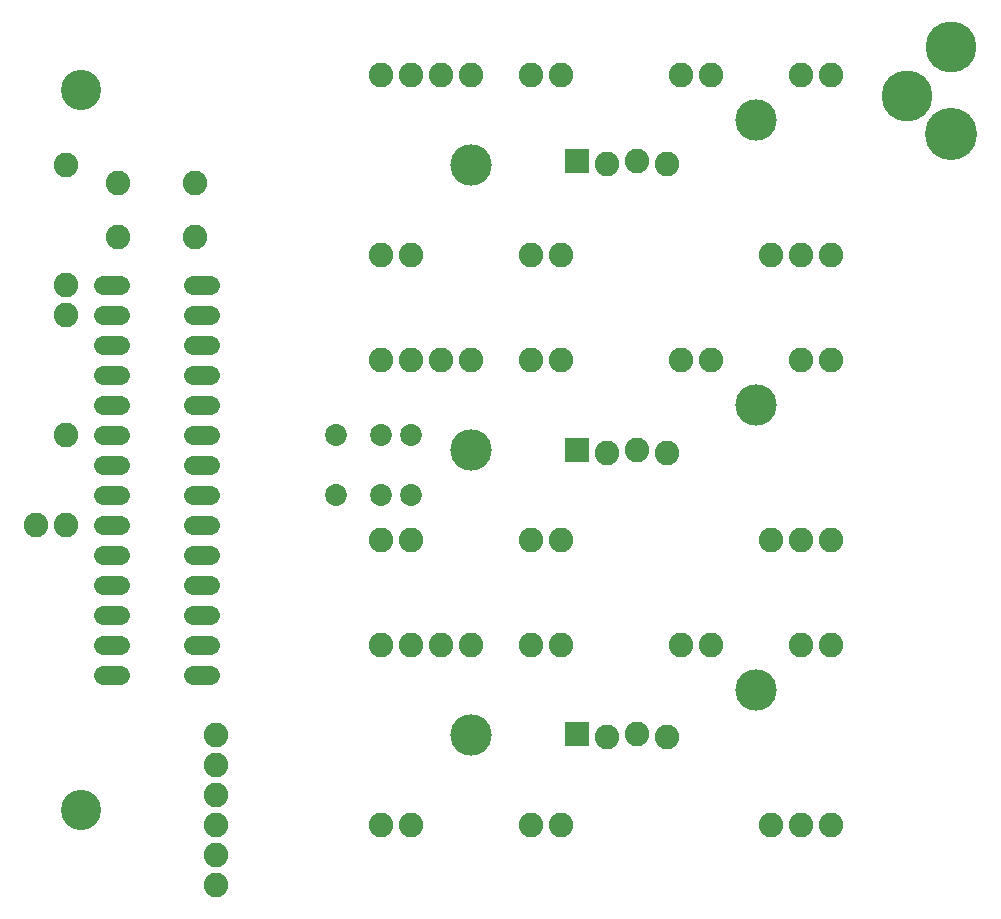
<source format=gts>
G75*
G70*
%OFA0B0*%
%FSLAX24Y24*%
%IPPOS*%
%LPD*%
%AMOC8*
5,1,8,0,0,1.08239X$1,22.5*
%
%ADD10C,0.1340*%
%ADD11C,0.0640*%
%ADD12C,0.0730*%
%ADD13C,0.1740*%
%ADD14C,0.1700*%
%ADD15C,0.0820*%
%ADD16C,0.1380*%
%ADD17R,0.0820X0.0820*%
D10*
X003680Y004680D03*
X003680Y028680D03*
D11*
X004400Y022180D02*
X004960Y022180D01*
X004960Y021180D02*
X004400Y021180D01*
X004400Y020180D02*
X004960Y020180D01*
X004960Y019180D02*
X004400Y019180D01*
X004400Y018180D02*
X004960Y018180D01*
X004960Y017180D02*
X004400Y017180D01*
X004400Y016180D02*
X004960Y016180D01*
X004960Y015180D02*
X004400Y015180D01*
X004400Y014180D02*
X004960Y014180D01*
X004960Y013180D02*
X004400Y013180D01*
X004400Y012180D02*
X004960Y012180D01*
X004960Y011180D02*
X004400Y011180D01*
X004400Y010180D02*
X004960Y010180D01*
X004960Y009180D02*
X004400Y009180D01*
X007400Y009180D02*
X007960Y009180D01*
X007960Y010180D02*
X007400Y010180D01*
X007400Y011180D02*
X007960Y011180D01*
X007960Y012180D02*
X007400Y012180D01*
X007400Y013180D02*
X007960Y013180D01*
X007960Y014180D02*
X007400Y014180D01*
X007400Y015180D02*
X007960Y015180D01*
X007960Y016180D02*
X007400Y016180D01*
X007400Y017180D02*
X007960Y017180D01*
X007960Y018180D02*
X007400Y018180D01*
X007400Y019180D02*
X007960Y019180D01*
X007960Y020180D02*
X007400Y020180D01*
X007400Y021180D02*
X007960Y021180D01*
X007960Y022180D02*
X007400Y022180D01*
D12*
X012180Y017180D03*
X013680Y017180D03*
X014680Y017180D03*
X014680Y015180D03*
X013680Y015180D03*
X012180Y015180D03*
D13*
X032680Y027216D03*
D14*
X031199Y028467D03*
X032670Y030099D03*
D15*
X028680Y029180D03*
X027680Y029180D03*
X024680Y029180D03*
X023680Y029180D03*
X022216Y026309D03*
X023216Y026209D03*
X021216Y026209D03*
X019680Y029180D03*
X018680Y029180D03*
X016680Y029180D03*
X015680Y029180D03*
X014680Y029180D03*
X013680Y029180D03*
X007460Y025570D03*
X007460Y023790D03*
X004900Y023790D03*
X003180Y022180D03*
X003180Y021180D03*
X003180Y017180D03*
X003180Y014180D03*
X002180Y014180D03*
X008180Y007180D03*
X008180Y006180D03*
X008180Y005180D03*
X008180Y004180D03*
X008180Y003180D03*
X008180Y002180D03*
X013680Y004180D03*
X014680Y004180D03*
X018680Y004180D03*
X019680Y004180D03*
X021196Y007112D03*
X022196Y007212D03*
X023196Y007112D03*
X023680Y010180D03*
X024680Y010180D03*
X027680Y010180D03*
X028680Y010180D03*
X028680Y013680D03*
X027680Y013680D03*
X026680Y013680D03*
X023221Y016557D03*
X022221Y016657D03*
X021221Y016557D03*
X019680Y013680D03*
X018680Y013680D03*
X018680Y010180D03*
X019680Y010180D03*
X016680Y010180D03*
X015680Y010180D03*
X014680Y010180D03*
X013680Y010180D03*
X013680Y013680D03*
X014680Y013680D03*
X014680Y019680D03*
X013680Y019680D03*
X015680Y019680D03*
X016680Y019680D03*
X018680Y019680D03*
X019680Y019680D03*
X019680Y023180D03*
X018680Y023180D03*
X014680Y023180D03*
X013680Y023180D03*
X004900Y025570D03*
X003180Y026180D03*
X023680Y019680D03*
X024680Y019680D03*
X027680Y019680D03*
X028680Y019680D03*
X028680Y023180D03*
X027680Y023180D03*
X026680Y023180D03*
X026680Y004180D03*
X027680Y004180D03*
X028680Y004180D03*
D16*
X026180Y008680D03*
X016680Y007180D03*
X016680Y016680D03*
X026180Y018180D03*
X016680Y026180D03*
X026180Y027680D03*
D17*
X020216Y026309D03*
X020221Y016657D03*
X020196Y007212D03*
M02*

</source>
